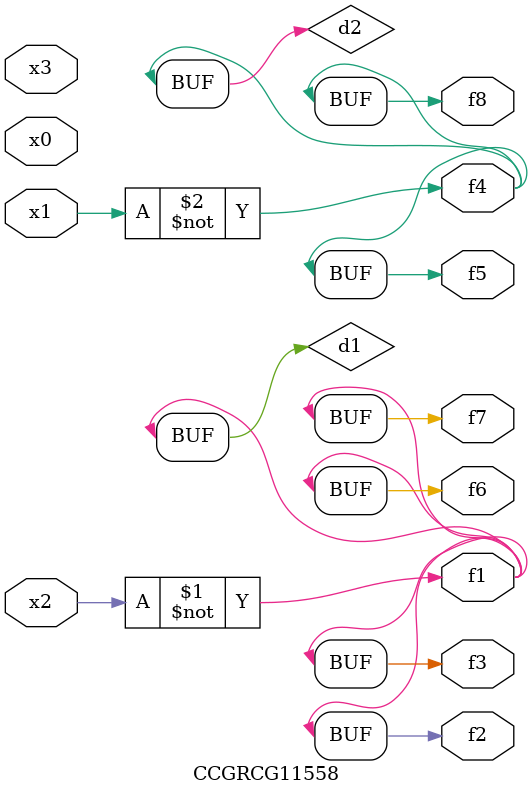
<source format=v>
module CCGRCG11558(
	input x0, x1, x2, x3,
	output f1, f2, f3, f4, f5, f6, f7, f8
);

	wire d1, d2;

	xnor (d1, x2);
	not (d2, x1);
	assign f1 = d1;
	assign f2 = d1;
	assign f3 = d1;
	assign f4 = d2;
	assign f5 = d2;
	assign f6 = d1;
	assign f7 = d1;
	assign f8 = d2;
endmodule

</source>
